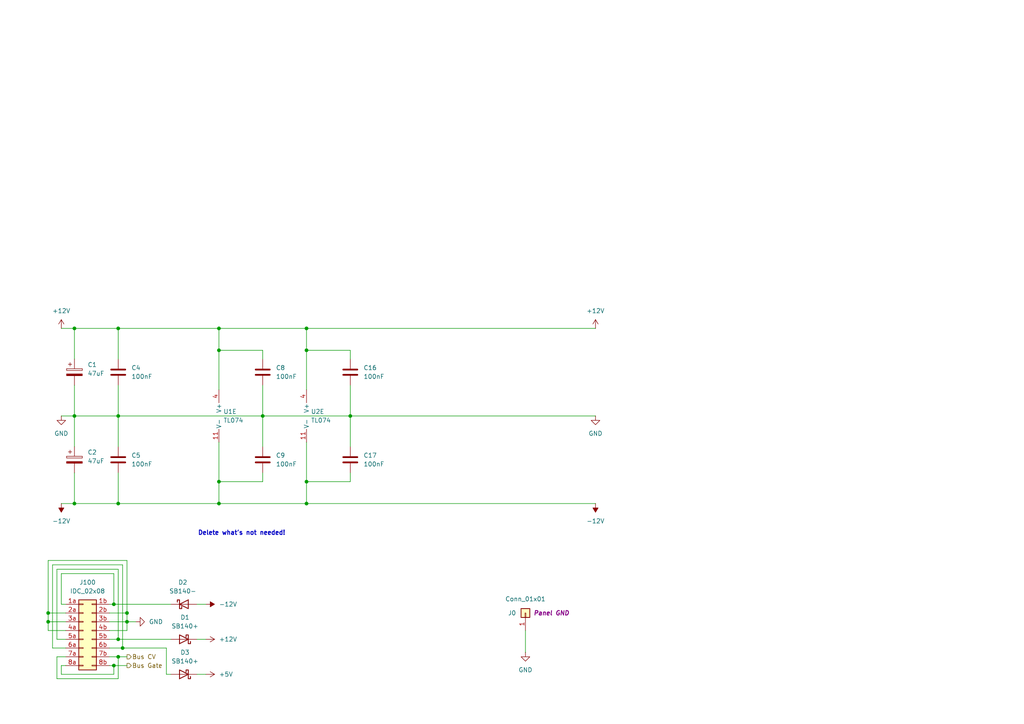
<source format=kicad_sch>
(kicad_sch (version 20231120) (generator "eeschema") (generator_version "8.0")
  (paper "A4")
  (title_block (title "Power Distribution") (company "DMH Instruments") (comment 1 "PCB for 10cm Kosmo format synthesizer module"))
  (lib_symbols
    (symbol "Amplifier_Operational:TL074" (pin_names (offset 0.127))
      (property "Reference" "U" (at 0 5.08 0))
      (property "Value" "TL074" (at 0 -5.08 0))
      (symbol "TL074_1_1"
        (polyline (pts (xy -5.08 5.08) (xy 5.08 0) (xy -5.08 -5.08) (xy -5.08 5.08)) (stroke (width 0.254)) (fill (type background)))
        (pin output line (at 7.62 0 180) (length 2.54) (name "~") (number "1"))
        (pin input line (at -7.62 -2.54 0) (length 2.54) (name "-") (number "2"))
        (pin input line (at -7.62 2.54 0) (length 2.54) (name "+") (number "3"))
      )
      (symbol "TL074_2_1"
        (polyline (pts (xy -5.08 5.08) (xy 5.08 0) (xy -5.08 -5.08) (xy -5.08 5.08)) (stroke (width 0.254)) (fill (type background)))
        (pin input line (at -7.62 2.54 0) (length 2.54) (name "+") (number "5"))
        (pin input line (at -7.62 -2.54 0) (length 2.54) (name "-") (number "6"))
        (pin output line (at 7.62 0 180) (length 2.54) (name "~") (number "7"))
      )
      (symbol "TL074_3_1"
        (polyline (pts (xy -5.08 5.08) (xy 5.08 0) (xy -5.08 -5.08) (xy -5.08 5.08)) (stroke (width 0.254)) (fill (type background)))
        (pin input line (at -7.62 2.54 0) (length 2.54) (name "+") (number "10"))
        (pin output line (at 7.62 0 180) (length 2.54) (name "~") (number "8"))
        (pin input line (at -7.62 -2.54 0) (length 2.54) (name "-") (number "9"))
      )
      (symbol "TL074_4_1"
        (polyline (pts (xy -5.08 5.08) (xy 5.08 0) (xy -5.08 -5.08) (xy -5.08 5.08)) (stroke (width 0.254)) (fill (type background)))
        (pin input line (at -7.62 2.54 0) (length 2.54) (name "+") (number "12"))
        (pin input line (at -7.62 -2.54 0) (length 2.54) (name "-") (number "13"))
        (pin output line (at 7.62 0 180) (length 2.54) (name "~") (number "14"))
      )
      (symbol "TL074_5_1"
        (pin power_in line (at -2.54 -7.62 90) (length 3.81) (name "V-") (number "11"))
        (pin power_in line (at -2.54 7.62 270) (length 3.81) (name "V+") (number "4"))
      )
    )
    (symbol "Connector_Generic:Conn_01x01" (pin_names (offset 1.016) hide)
      (property "Reference" "J" (at 0 2.54 0))
      (property "Value" "Conn_01x01" (at 0 -2.54 0))
      (symbol "Conn_01x01_1_1"
        (rectangle (start -1.27 0.127) (end 0 -0.127) (stroke (width 0.1524)))
        (rectangle (start -1.27 1.27) (end 1.27 -1.27) (stroke (width 0.254)) (fill (type background)))
        (pin passive line (at -5.08 0 0) (length 3.81) (name "Pin_1") (number "1"))
      )
    )
    (symbol "Device:C" (pin_numbers hide) (pin_names (offset 0.254))
      (property "Reference" "C" (at 0.635 2.54 0))
      (property "Value" "C" (at 0.635 -2.54 0))
      (symbol "C_0_1"
        (polyline (pts (xy -2.032 -0.762) (xy 2.032 -0.762)) (stroke (width 0.508)))
        (polyline (pts (xy -2.032 0.762) (xy 2.032 0.762)) (stroke (width 0.508)))
      )
      (symbol "C_1_1"
        (pin passive line (at 0 3.81 270) (length 2.794) (name "~") (number "1"))
        (pin passive line (at 0 -3.81 90) (length 2.794) (name "~") (number "2"))
      )
    )
    (symbol "Device:C_Polarized" (pin_numbers hide) (pin_names (offset 0.254))
      (property "Reference" "C" (at 0.635 2.54 0))
      (property "Value" "C_Polarized" (at 0.635 -2.54 0))
      (symbol "C_Polarized_0_1"
        (rectangle (start -2.286 0.508) (end 2.286 1.016))
        (polyline (pts (xy -1.778 2.286) (xy -0.762 2.286)))
        (polyline (pts (xy -1.27 2.794) (xy -1.27 1.778)))
        (rectangle (start 2.286 -0.508) (end -2.286 -1.016) (fill (type outline)))
      )
      (symbol "C_Polarized_1_1"
        (pin passive line (at 0 3.81 270) (length 2.794) (name "~") (number "1"))
        (pin passive line (at 0 -3.81 90) (length 2.794) (name "~") (number "2"))
      )
    )
    (symbol "SynthStuff:Eurorack_Power_Connector_16Pin" (pin_names (offset 1.016) hide)
      (property "Reference" "J" (at 1.27 -16.51 0))
      (property "Value" "IDC_02x08" (at 1.27 -13.97 0))
      (symbol "Eurorack_Power_Connector_16Pin_1_1"
        (rectangle (start -1.27 -10.033) (end 0 -10.287) (stroke (width 0.1524)))
        (rectangle (start -1.27 -7.493) (end 0 -7.747) (stroke (width 0.1524)))
        (rectangle (start -1.27 -4.953) (end 0 -5.207) (stroke (width 0.1524)))
        (rectangle (start -1.27 -2.413) (end 0 -2.667) (stroke (width 0.1524)))
        (rectangle (start -1.27 0.127) (end 0 -0.127) (stroke (width 0.1524)))
        (rectangle (start -1.27 2.667) (end 0 2.413) (stroke (width 0.1524)))
        (rectangle (start -1.27 5.207) (end 0 4.953) (stroke (width 0.1524)))
        (rectangle (start -1.27 7.747) (end 0 7.493) (stroke (width 0.1524)))
        (rectangle (start -1.27 8.89) (end 3.81 -11.43) (stroke (width 0.254)) (fill (type background)))
        (rectangle (start 3.81 -10.033) (end 2.54 -10.287) (stroke (width 0.1524)))
        (rectangle (start 3.81 -7.493) (end 2.54 -7.747) (stroke (width 0.1524)))
        (rectangle (start 3.81 -4.953) (end 2.54 -5.207) (stroke (width 0.1524)))
        (rectangle (start 3.81 -2.413) (end 2.54 -2.667) (stroke (width 0.1524)))
        (rectangle (start 3.81 0.127) (end 2.54 -0.127) (stroke (width 0.1524)))
        (rectangle (start 3.81 2.667) (end 2.54 2.413) (stroke (width 0.1524)))
        (rectangle (start 3.81 5.207) (end 2.54 4.953) (stroke (width 0.1524)))
        (rectangle (start 3.81 7.747) (end 2.54 7.493) (stroke (width 0.1524)))
        (pin power_out line (at -5.08 7.62 0) (length 3.81) (name "Pin_1a") (number "1a"))
        (pin passive line (at 7.62 7.62 180) (length 3.81) (name "Pin_1b") (number "1b"))
        (pin power_out line (at -5.08 5.08 0) (length 3.81) (name "Pin_2a") (number "2a"))
        (pin passive line (at 7.62 5.08 180) (length 3.81) (name "Pin_2b") (number "2b"))
        (pin passive line (at -5.08 2.54 0) (length 3.81) (name "Pin_3a") (number "3a"))
        (pin passive line (at 7.62 2.54 180) (length 3.81) (name "Pin_3b") (number "3b"))
        (pin passive line (at -5.08 0 0) (length 3.81) (name "Pin_4a") (number "4a"))
        (pin passive line (at 7.62 0 180) (length 3.81) (name "Pin_4b") (number "4b"))
        (pin power_out line (at -5.08 -2.54 0) (length 3.81) (name "Pin_5a") (number "5a"))
        (pin passive line (at 7.62 -2.54 180) (length 3.81) (name "Pin_5b") (number "5b"))
        (pin power_out line (at -5.08 -5.08 0) (length 3.81) (name "Pin_6a") (number "6a"))
        (pin passive line (at 7.62 -5.08 180) (length 3.81) (name "Pin_6b") (number "6b"))
        (pin passive line (at -5.08 -7.62 0) (length 3.81) (name "Pin_7a") (number "7a"))
        (pin passive line (at 7.62 -7.62 180) (length 3.81) (name "Pin_7b") (number "7b"))
        (pin passive line (at -5.08 -10.16 0) (length 3.81) (name "Pin_8a") (number "8a"))
        (pin passive line (at 7.62 -10.16 180) (length 3.81) (name "Pin_8b") (number "8b"))
      )
    )
    (symbol "SynthStuff:Power_Bus_Schotty_+" (pin_numbers hide) (pin_names (offset 1.016) hide)
      (property "Reference" "D" (at 0 2.54 0))
      (property "Value" "SB140+" (at 0 -2.54 0))
      (symbol "Power_Bus_Schotty_+_0_1"
        (polyline (pts (xy 1.27 0) (xy -1.27 0)))
        (polyline (pts (xy 1.27 1.27) (xy 1.27 -1.27) (xy -1.27 0) (xy 1.27 1.27)) (stroke (width 0.254)))
        (polyline (pts (xy -1.905 0.635) (xy -1.905 1.27) (xy -1.27 1.27) (xy -1.27 -1.27) (xy -0.635 -1.27) (xy -0.635 -0.635)) (stroke (width 0.254)))
      )
      (symbol "Power_Bus_Schotty_+_1_1"
        (pin power_out line (at -3.81 0 0) (length 2.54) (name "K") (number "1"))
        (pin power_in line (at 3.81 0 180) (length 2.54) (name "A") (number "2"))
      )
    )
    (symbol "SynthStuff:Power_Bus_Schotty_-" (pin_numbers hide) (pin_names (offset 1.016) hide)
      (property "Reference" "D" (at 0 2.54 0))
      (property "Value" "SB140-" (at 0 -2.54 0))
      (symbol "Power_Bus_Schotty_-_0_1"
        (polyline (pts (xy 1.27 0) (xy -1.27 0)))
        (polyline (pts (xy 1.27 1.27) (xy 1.27 -1.27) (xy -1.27 0) (xy 1.27 1.27)) (stroke (width 0.254)))
        (polyline (pts (xy -1.905 0.635) (xy -1.905 1.27) (xy -1.27 1.27) (xy -1.27 -1.27) (xy -0.635 -1.27) (xy -0.635 -0.635)) (stroke (width 0.254)))
      )
      (symbol "Power_Bus_Schotty_-_1_1"
        (pin power_in line (at -3.81 0 0) (length 2.54) (name "K") (number "1"))
        (pin power_out line (at 3.81 0 180) (length 2.54) (name "A") (number "2"))
      )
    )
    (symbol "power:+12V" (power) (pin_numbers hide) (pin_names (offset 0) hide)
      (property "Value" "+12V" (at 0 3.556 0))
      (symbol "+12V_0_1"
        (polyline (pts (xy -0.762 1.27) (xy 0 2.54)))
        (polyline (pts (xy 0 0) (xy 0 2.54)))
        (polyline (pts (xy 0 2.54) (xy 0.762 1.27)))
      )
      (symbol "+12V_1_1"
        (pin power_in line (at 0 0 90) (length 0) (name "~") (number "1"))
      )
    )
    (symbol "power:+5V" (power) (pin_numbers hide) (pin_names (offset 0) hide)
      (property "Value" "+5V" (at 0 3.556 0))
      (symbol "+5V_0_1"
        (polyline (pts (xy -0.762 1.27) (xy 0 2.54)))
        (polyline (pts (xy 0 0) (xy 0 2.54)))
        (polyline (pts (xy 0 2.54) (xy 0.762 1.27)))
      )
      (symbol "+5V_1_1"
        (pin power_in line (at 0 0 90) (length 0) (name "~") (number "1"))
      )
    )
    (symbol "power:-12V" (power) (pin_numbers hide) (pin_names (offset 0) hide)
      (property "Value" "-12V" (at 0 3.556 0))
      (symbol "-12V_0_0"
        (pin power_in line (at 0 0 90) (length 0) (name "~") (number "1"))
      )
      (symbol "-12V_0_1"
        (polyline (pts (xy 0 0) (xy 0 1.27) (xy 0.762 1.27) (xy 0 2.54) (xy -0.762 1.27) (xy 0 1.27)) (fill (type outline)))
      )
    )
    (symbol "power:GND" (power) (pin_numbers hide) (pin_names (offset 0) hide)
      (property "Value" "GND" (at 0 -3.81 0))
      (symbol "GND_0_1"
        (polyline (pts (xy 0 0) (xy 0 -1.27) (xy 1.27 -1.27) (xy 0 -2.54) (xy -1.27 -1.27) (xy 0 -1.27)))
      )
      (symbol "GND_1_1"
        (pin power_in line (at 0 0 270) (length 0) (name "~") (number "1"))
      )
    )
  )
  (junction (at 63.5 95.25))
  (junction (at 33.02 193.04))
  (junction (at 34.29 146.05))
  (junction (at 33.02 175.26))
  (junction (at 88.9 139.7))
  (junction (at 21.59 95.25))
  (junction (at 63.5 146.05))
  (junction (at 34.29 95.25))
  (junction (at 76.2 120.65))
  (junction (at 36.83 180.34))
  (junction (at 35.56 187.96))
  (junction (at 34.29 185.42))
  (junction (at 63.5 139.7))
  (junction (at 21.59 146.05))
  (junction (at 101.6 120.65))
  (junction (at 88.9 95.25))
  (junction (at 36.83 177.8))
  (junction (at 13.97 180.34))
  (junction (at 63.5 101.6))
  (junction (at 34.29 190.5))
  (junction (at 21.59 120.65))
  (junction (at 13.97 177.8))
  (junction (at 34.29 120.65))
  (junction (at 88.9 101.6))
  (junction (at 88.9 146.05))
  (wire (pts (xy 33.02 193.04) (xy 36.83 193.04)))
  (wire (pts (xy 88.9 146.05) (xy 172.72 146.05)))
  (wire (pts (xy 13.97 162.56) (xy 13.97 177.8)))
  (wire (pts (xy 33.02 195.58) (xy 33.02 193.04)))
  (wire (pts (xy 15.24 163.83) (xy 35.56 163.83)))
  (wire (pts (xy 63.5 139.7) (xy 63.5 146.05)))
  (wire (pts (xy 76.2 137.16) (xy 76.2 139.7)))
  (wire (pts (xy 88.9 95.25) (xy 172.72 95.25)))
  (wire (pts (xy 76.2 120.65) (xy 76.2 129.54)))
  (wire (pts (xy 88.9 128.27) (xy 88.9 139.7)))
  (wire (pts (xy 35.56 163.83) (xy 35.56 187.96)))
  (wire (pts (xy 17.78 120.65) (xy 21.59 120.65)))
  (wire (pts (xy 13.97 180.34) (xy 13.97 177.8)))
  (wire (pts (xy 35.56 187.96) (xy 48.26 187.96)))
  (wire (pts (xy 21.59 120.65) (xy 34.29 120.65)))
  (wire (pts (xy 63.5 101.6) (xy 63.5 113.03)))
  (wire (pts (xy 21.59 146.05) (xy 34.29 146.05)))
  (wire (pts (xy 34.29 165.1) (xy 34.29 185.42)))
  (wire (pts (xy 63.5 101.6) (xy 76.2 101.6)))
  (wire (pts (xy 19.05 180.34) (xy 13.97 180.34)))
  (wire (pts (xy 19.05 185.42) (xy 16.51 185.42)))
  (wire (pts (xy 21.59 95.25) (xy 21.59 104.14)))
  (wire (pts (xy 88.9 139.7) (xy 88.9 146.05)))
  (wire (pts (xy 34.29 190.5) (xy 34.29 196.85)))
  (wire (pts (xy 34.29 95.25) (xy 63.5 95.25)))
  (wire (pts (xy 17.78 95.25) (xy 21.59 95.25)))
  (wire (pts (xy 31.75 185.42) (xy 34.29 185.42)))
  (wire (pts (xy 19.05 177.8) (xy 13.97 177.8)))
  (wire (pts (xy 36.83 162.56) (xy 13.97 162.56)))
  (wire (pts (xy 31.75 182.88) (xy 36.83 182.88)))
  (wire (pts (xy 31.75 187.96) (xy 35.56 187.96)))
  (wire (pts (xy 88.9 101.6) (xy 88.9 113.03)))
  (wire (pts (xy 19.05 182.88) (xy 13.97 182.88)))
  (wire (pts (xy 31.75 193.04) (xy 33.02 193.04)))
  (wire (pts (xy 34.29 185.42) (xy 49.53 185.42)))
  (wire (pts (xy 21.59 95.25) (xy 34.29 95.25)))
  (wire (pts (xy 34.29 190.5) (xy 36.83 190.5)))
  (wire (pts (xy 36.83 177.8) (xy 36.83 162.56)))
  (wire (pts (xy 101.6 104.14) (xy 101.6 101.6)))
  (wire (pts (xy 31.75 180.34) (xy 36.83 180.34)))
  (wire (pts (xy 152.4 182.88) (xy 152.4 189.23)))
  (wire (pts (xy 19.05 175.26) (xy 17.78 175.26)))
  (wire (pts (xy 19.05 190.5) (xy 16.51 190.5)))
  (wire (pts (xy 31.75 175.26) (xy 33.02 175.26)))
  (wire (pts (xy 34.29 95.25) (xy 34.29 104.14)))
  (wire (pts (xy 19.05 187.96) (xy 15.24 187.96)))
  (wire (pts (xy 48.26 195.58) (xy 49.53 195.58)))
  (wire (pts (xy 57.15 175.26) (xy 59.69 175.26)))
  (wire (pts (xy 57.15 185.42) (xy 59.69 185.42)))
  (wire (pts (xy 101.6 111.76) (xy 101.6 120.65)))
  (wire (pts (xy 36.83 182.88) (xy 36.83 180.34)))
  (wire (pts (xy 21.59 111.76) (xy 21.59 120.65)))
  (wire (pts (xy 21.59 120.65) (xy 21.59 129.54)))
  (wire (pts (xy 16.51 165.1) (xy 34.29 165.1)))
  (wire (pts (xy 76.2 111.76) (xy 76.2 120.65)))
  (wire (pts (xy 34.29 120.65) (xy 76.2 120.65)))
  (wire (pts (xy 33.02 166.37) (xy 33.02 175.26)))
  (wire (pts (xy 34.29 137.16) (xy 34.29 146.05)))
  (wire (pts (xy 17.78 166.37) (xy 33.02 166.37)))
  (wire (pts (xy 101.6 137.16) (xy 101.6 139.7)))
  (wire (pts (xy 101.6 120.65) (xy 101.6 129.54)))
  (wire (pts (xy 31.75 190.5) (xy 34.29 190.5)))
  (wire (pts (xy 17.78 195.58) (xy 33.02 195.58)))
  (wire (pts (xy 34.29 111.76) (xy 34.29 120.65)))
  (wire (pts (xy 76.2 120.65) (xy 101.6 120.65)))
  (wire (pts (xy 16.51 196.85) (xy 34.29 196.85)))
  (wire (pts (xy 101.6 139.7) (xy 88.9 139.7)))
  (wire (pts (xy 33.02 175.26) (xy 49.53 175.26)))
  (wire (pts (xy 88.9 95.25) (xy 88.9 101.6)))
  (wire (pts (xy 101.6 120.65) (xy 172.72 120.65)))
  (wire (pts (xy 57.15 195.58) (xy 59.69 195.58)))
  (wire (pts (xy 21.59 137.16) (xy 21.59 146.05)))
  (wire (pts (xy 63.5 95.25) (xy 88.9 95.25)))
  (wire (pts (xy 17.78 193.04) (xy 17.78 195.58)))
  (wire (pts (xy 16.51 190.5) (xy 16.51 196.85)))
  (wire (pts (xy 101.6 101.6) (xy 88.9 101.6)))
  (wire (pts (xy 76.2 104.14) (xy 76.2 101.6)))
  (wire (pts (xy 19.05 193.04) (xy 17.78 193.04)))
  (wire (pts (xy 17.78 146.05) (xy 21.59 146.05)))
  (wire (pts (xy 48.26 187.96) (xy 48.26 195.58)))
  (wire (pts (xy 63.5 95.25) (xy 63.5 101.6)))
  (wire (pts (xy 36.83 180.34) (xy 39.37 180.34)))
  (wire (pts (xy 63.5 128.27) (xy 63.5 139.7)))
  (wire (pts (xy 31.75 177.8) (xy 36.83 177.8)))
  (wire (pts (xy 76.2 139.7) (xy 63.5 139.7)))
  (wire (pts (xy 13.97 182.88) (xy 13.97 180.34)))
  (wire (pts (xy 15.24 187.96) (xy 15.24 163.83)))
  (wire (pts (xy 16.51 185.42) (xy 16.51 165.1)))
  (wire (pts (xy 63.5 146.05) (xy 88.9 146.05)))
  (wire (pts (xy 17.78 175.26) (xy 17.78 166.37)))
  (wire (pts (xy 36.83 180.34) (xy 36.83 177.8)))
  (wire (pts (xy 34.29 120.65) (xy 34.29 129.54)))
  (wire (pts (xy 34.29 146.05) (xy 63.5 146.05)))
  (text "Delete what's not needed!" (exclude_from_sim yes) (at 70.104 154.686 0) (effects (font (size 1.27 1.27) (thickness 0.254) (bold yes))))
  (hierarchical_label "Bus Gate" (shape output) (at 36.83 193.04 0))
  (hierarchical_label "Bus CV" (shape output) (at 36.83 190.5 0))
  (symbol (lib_id "Device:C") (at 34.29 107.95 0) (unit 1)
    (property "Reference" "C4" (at 38.1 106.6799 0) (effects (justify left)))
    (property "Value" "100nF" (at 38.1 109.2199 0) (effects (justify left)))
    (property "Footprint" "Capacitor_THT:C_Disc_D4.3mm_W1.9mm_P5.00mm" (effects (hide yes)))
    (property "Description" "Unpolarized capacitor" (effects (hide yes)))
  )
  (symbol (lib_id "Device:C_Polarized") (at 21.59 133.35 0) (unit 1)
    (property "Reference" "C2" (at 25.4 131.1909 0) (effects (justify left)))
    (property "Value" "47uF" (at 25.4 133.7309 0) (effects (justify left)))
    (property "Footprint" "Capacitor_THT:CP_Radial_D5.0mm_P2.00mm" (effects (hide yes)))
    (property "Description" "Polarized capacitor" (effects (hide yes)))
  )
  (symbol (lib_id "power:+12V") (at 59.69 185.42 270) (unit 1)
    (property "Reference" "#PWR02" (effects (hide yes)))
    (property "Value" "+12V" (at 63.5 185.4199 90) (effects (justify left)))
    (property "Description" "Power symbol creates a global label with name \"+12V\"" (effects (hide yes)))
  )
  (symbol (lib_id "Device:C") (at 76.2 107.95 0) (unit 1)
    (property "Reference" "C8" (at 80.01 106.6799 0) (effects (justify left)))
    (property "Value" "100nF" (at 80.01 109.2199 0) (effects (justify left)))
    (property "Footprint" "Capacitor_THT:C_Disc_D4.3mm_W1.9mm_P5.00mm" (effects (hide yes)))
    (property "Description" "Unpolarized capacitor" (effects (hide yes)))
  )
  (symbol (lib_id "Amplifier_Operational:TL074") (at 91.44 120.65 0) (unit 5)
    (property "Reference" "U2" (at 90.17 119.3799 0) (effects (justify left)))
    (property "Value" "TL074" (at 90.17 121.9199 0) (effects (justify left)))
    (property "Footprint" "Package_DIP:DIP-14_W7.62mm_Socket" (effects (hide yes)))
    (property "Datasheet" "http://www.ti.com/lit/ds/symlink/tl071.pdf" (effects (hide yes)))
    (property "Description" "Quad Low-Noise JFET-Input Operational Amplifiers, DIP-14/SOIC-14" (effects (hide yes)))
  )
  (symbol (lib_id "power:+12V") (at 17.78 95.25 0) (unit 1)
    (property "Reference" "#PWR013" (effects (hide yes)))
    (property "Value" "+12V" (at 17.78 90.17 0))
    (property "Description" "Power symbol creates a global label with name \"+12V\"" (effects (hide yes)))
  )
  (symbol (lib_id "power:GND") (at 39.37 180.34 90) (unit 1)
    (property "Reference" "#PWR04" (effects (hide yes)))
    (property "Value" "GND" (at 43.18 180.3399 90) (effects (justify right)))
    (property "Description" "Power symbol creates a global label with name \"GND\" , ground" (effects (hide yes)))
  )
  (symbol (lib_id "power:-12V") (at 17.78 146.05 180) (unit 1)
    (property "Reference" "#PWR017" (effects (hide yes)))
    (property "Value" "-12V" (at 17.78 151.13 0))
    (property "Description" "Power symbol creates a global label with name \"-12V\"" (effects (hide yes)))
  )
  (symbol (lib_id "power:+5V") (at 59.69 195.58 270) (unit 1)
    (property "Reference" "#PWR03" (effects (hide yes)))
    (property "Value" "+5V" (at 63.5 195.5799 90) (effects (justify left)))
    (property "Description" "Power symbol creates a global label with name \"+5V\"" (effects (hide yes)))
  )
  (symbol (lib_id "power:GND") (at 152.4 189.23 0) (unit 1)
    (property "Reference" "#PWR08" (effects (hide yes)))
    (property "Value" "GND" (at 152.4 194.31 0))
    (property "Description" "Power symbol creates a global label with name \"GND\" , ground" (effects (hide yes)))
  )
  (symbol (lib_id "Device:C") (at 76.2 133.35 0) (unit 1)
    (property "Reference" "C9" (at 80.01 132.0799 0) (effects (justify left)))
    (property "Value" "100nF" (at 80.01 134.6199 0) (effects (justify left)))
    (property "Footprint" "Capacitor_THT:C_Disc_D4.3mm_W1.9mm_P5.00mm" (effects (hide yes)))
    (property "Description" "Unpolarized capacitor" (effects (hide yes)))
  )
  (symbol (lib_id "Connector_Generic:Conn_01x01") (at 152.4 177.8 90) (unit 1)
    (property "Reference" "J0" (at 147.32 177.8 90) (effects (justify right)))
    (property "Value" "Conn_01x01" (at 152.4 173.736 90))
    (property "Footprint" "Connector_PinHeader_2.54mm:PinHeader_1x01_P2.54mm_Vertical" (effects (hide yes)))
    (property "Description" "Generic connector, single row, 01x01, script generated (kicad-library-utils/schlib/autogen/connector/)" (effects (hide yes)))
    (property "Function" "Panel GND" (at 160.02 177.8 90) (effects (font (thickness 0.254) (bold yes) (italic yes))))
  )
  (symbol (lib_id "Device:C") (at 34.29 133.35 0) (unit 1)
    (property "Reference" "C5" (at 38.1 132.0799 0) (effects (justify left)))
    (property "Value" "100nF" (at 38.1 134.6199 0) (effects (justify left)))
    (property "Footprint" "Capacitor_THT:C_Disc_D4.3mm_W1.9mm_P5.00mm" (effects (hide yes)))
    (property "Description" "Unpolarized capacitor" (effects (hide yes)))
  )
  (symbol (lib_id "Device:C") (at 101.6 133.35 0) (unit 1)
    (property "Reference" "C17" (at 105.41 132.0799 0) (effects (justify left)))
    (property "Value" "100nF" (at 105.41 134.6199 0) (effects (justify left)))
    (property "Footprint" "Capacitor_THT:C_Disc_D4.3mm_W1.9mm_P5.00mm" (effects (hide yes)))
    (property "Description" "Unpolarized capacitor" (effects (hide yes)))
  )
  (symbol (lib_id "power:GND") (at 17.78 120.65 0) (unit 1)
    (property "Reference" "#PWR015" (effects (hide yes)))
    (property "Value" "GND" (at 17.78 125.73 0))
    (property "Description" "Power symbol creates a global label with name \"GND\" , ground" (effects (hide yes)))
  )
  (symbol (lib_id "power:-12V") (at 59.69 175.26 270) (unit 1)
    (property "Reference" "#PWR01" (effects (hide yes)))
    (property "Value" "-12V" (at 63.5 175.2599 90) (effects (justify left)))
    (property "Description" "Power symbol creates a global label with name \"-12V\"" (effects (hide yes)))
  )
  (symbol (lib_id "power:+12V") (at 172.72 95.25 0) (unit 1)
    (property "Reference" "#PWR014" (effects (hide yes)))
    (property "Value" "+12V" (at 172.72 90.17 0))
    (property "Description" "Power symbol creates a global label with name \"+12V\"" (effects (hide yes)))
  )
  (symbol (lib_id "power:GND") (at 172.72 120.65 0) (unit 1)
    (property "Reference" "#PWR016" (effects (hide yes)))
    (property "Value" "GND" (at 172.72 125.73 0))
    (property "Description" "Power symbol creates a global label with name \"GND\" , ground" (effects (hide yes)))
  )
  (symbol (lib_id "SynthStuff:Power_Bus_Schotty_-") (at 53.34 175.26 0) (unit 1)
    (property "Reference" "D2" (at 53.0225 168.91 0))
    (property "Value" "SB140-" (at 53.0225 171.45 0))
    (property "Footprint" "Diode_THT:D_DO-41_SOD81_P10.16mm_Horizontal" (effects (hide yes)))
    (property "Datasheet" "http://www.diodes.com/_files/datasheets/ds23022.pdf" (effects (hide yes)))
    (property "Description" "40V 1A Schottky Barrier Rectifier Diode, DO-41" (effects (hide yes)))
  )
  (symbol (lib_id "SynthStuff:Power_Bus_Schotty_+") (at 53.34 185.42 180) (unit 1)
    (property "Reference" "D1" (at 53.6575 179.07 0))
    (property "Value" "SB140+" (at 53.6575 181.61 0))
    (property "Footprint" "Diode_THT:D_DO-41_SOD81_P10.16mm_Horizontal" (effects (hide yes)))
    (property "Datasheet" "http://www.diodes.com/_files/datasheets/ds23022.pdf" (effects (hide yes)))
    (property "Description" "40V 1A Schottky Barrier Rectifier Diode, DO-41" (effects (hide yes)))
  )
  (symbol (lib_id "SynthStuff:Power_Bus_Schotty_+") (at 53.34 195.58 180) (unit 1)
    (property "Reference" "D3" (at 53.6575 189.23 0))
    (property "Value" "SB140+" (at 53.6575 191.77 0))
    (property "Footprint" "Diode_THT:D_DO-41_SOD81_P10.16mm_Horizontal" (effects (hide yes)))
    (property "Datasheet" "http://www.diodes.com/_files/datasheets/ds23022.pdf" (effects (hide yes)))
    (property "Description" "40V 1A Schottky Barrier Rectifier Diode, DO-41" (effects (hide yes)))
  )
  (symbol (lib_id "Amplifier_Operational:TL074") (at 60.96 120.65 0) (mirror y) (unit 5)
    (property "Reference" "U1" (at 64.77 119.3799 0) (effects (justify right)))
    (property "Value" "TL074" (at 64.77 121.9199 0) (effects (justify right)))
    (property "Footprint" "Package_DIP:DIP-14_W7.62mm_Socket" (effects (hide yes)))
    (property "Datasheet" "http://www.ti.com/lit/ds/symlink/tl071.pdf" (effects (hide yes)))
    (property "Description" "Quad Low-Noise JFET-Input Operational Amplifiers, DIP-14/SOIC-14" (effects (hide yes)))
  )
  (symbol (lib_id "Device:C_Polarized") (at 21.59 107.95 0) (unit 1)
    (property "Reference" "C1" (at 25.4 105.7909 0) (effects (justify left)))
    (property "Value" "47uF" (at 25.4 108.3309 0) (effects (justify left)))
    (property "Footprint" "Capacitor_THT:CP_Radial_D5.0mm_P2.00mm" (effects (hide yes)))
    (property "Description" "Polarized capacitor" (effects (hide yes)))
  )
  (symbol (lib_id "power:-12V") (at 172.72 146.05 180) (unit 1)
    (property "Reference" "#PWR018" (effects (hide yes)))
    (property "Value" "-12V" (at 172.72 151.13 0))
    (property "Description" "Power symbol creates a global label with name \"-12V\"" (effects (hide yes)))
  )
  (symbol (lib_id "Device:C") (at 101.6 107.95 0) (unit 1)
    (property "Reference" "C16" (at 105.41 106.6799 0) (effects (justify left)))
    (property "Value" "100nF" (at 105.41 109.2199 0) (effects (justify left)))
    (property "Footprint" "Capacitor_THT:C_Disc_D4.3mm_W1.9mm_P5.00mm" (effects (hide yes)))
    (property "Description" "Unpolarized capacitor" (effects (hide yes)))
  )
  (symbol (lib_id "SynthStuff:Eurorack_Power_Connector_16Pin") (at 24.13 182.88 0) (unit 1)
    (property "Reference" "J100" (at 25.4 168.91 0))
    (property "Value" "IDC_02x08" (at 25.4 171.45 0))
    (property "Footprint" "SynthStuff:IDC-Header_2x08_P2.54mm_Vertical_Eurorack" (effects (hide yes)))
    (property "Description" "IDC jack, 2x8 pins, row a carries same signals as row b." (effects (hide yes)))
  )
)
</source>
